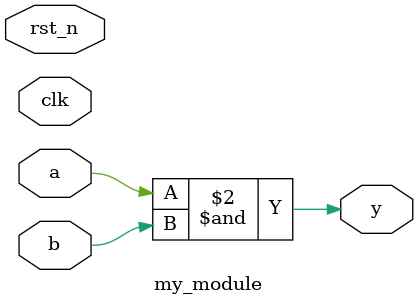
<source format=sv>
module my_module (
    input logic clk,
    input logic rst_n,
    input logic a,
    input logic b,
    output logic y
);

logic dff_out;

always @(*) begin
    y = a & b; // Example combinational logic (AND gate)
end

always @(posedge clk) begin
    if (!rst_n) begin
        dff_out <= 1'b0; // Asynchronous reset
    end else begin
        dff_out <= y; // D flip-flop behavior
    end
end

endmodule
</source>
